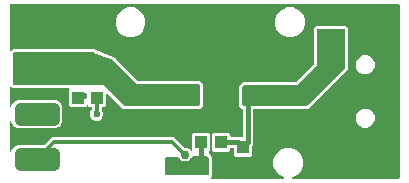
<source format=gbr>
G04 EAGLE Gerber RS-274X export*
G75*
%MOMM*%
%FSLAX34Y34*%
%LPD*%
%INBottom Copper*%
%IPPOS*%
%AMOC8*
5,1,8,0,0,1.08239X$1,22.5*%
G01*
%ADD10R,2.540000X2.540000*%
%ADD11R,0.838200X1.600200*%
%ADD12R,3.098800X1.600200*%
%ADD13R,2.700000X1.600000*%
%ADD14R,1.500000X1.300000*%
%ADD15R,1.300000X1.500000*%
%ADD16C,0.965200*%
%ADD17R,1.000000X1.100000*%
%ADD18R,1.100000X1.000000*%
%ADD19C,0.750000*%
%ADD20C,0.406400*%
%ADD21C,0.508000*%
%ADD22C,0.600000*%
%ADD23C,0.304800*%

G36*
X96009Y-65833D02*
X96009Y-65833D01*
X96106Y-65824D01*
X96130Y-65813D01*
X96156Y-65809D01*
X96242Y-65764D01*
X96331Y-65724D01*
X96350Y-65706D01*
X96373Y-65694D01*
X96440Y-65623D01*
X96512Y-65557D01*
X96525Y-65535D01*
X96543Y-65516D01*
X96584Y-65427D01*
X96631Y-65342D01*
X96635Y-65316D01*
X96646Y-65293D01*
X96657Y-65196D01*
X96674Y-65100D01*
X96671Y-65074D01*
X96673Y-65048D01*
X96653Y-64953D01*
X96639Y-64857D01*
X96627Y-64833D01*
X96621Y-64808D01*
X96571Y-64724D01*
X96527Y-64637D01*
X96508Y-64619D01*
X96495Y-64597D01*
X96421Y-64533D01*
X96352Y-64465D01*
X96323Y-64449D01*
X96308Y-64437D01*
X96277Y-64424D01*
X96205Y-64384D01*
X92909Y-63019D01*
X89381Y-59491D01*
X87472Y-54882D01*
X87472Y-49893D01*
X89381Y-45284D01*
X92909Y-41756D01*
X97518Y-39847D01*
X102507Y-39847D01*
X107116Y-41756D01*
X110644Y-45284D01*
X112553Y-49893D01*
X112553Y-54882D01*
X110644Y-59491D01*
X107116Y-63019D01*
X103820Y-64384D01*
X103738Y-64436D01*
X103652Y-64481D01*
X103634Y-64500D01*
X103611Y-64514D01*
X103549Y-64589D01*
X103482Y-64659D01*
X103471Y-64683D01*
X103455Y-64703D01*
X103420Y-64794D01*
X103379Y-64883D01*
X103376Y-64909D01*
X103366Y-64933D01*
X103362Y-65030D01*
X103352Y-65127D01*
X103357Y-65152D01*
X103356Y-65179D01*
X103383Y-65272D01*
X103404Y-65367D01*
X103417Y-65390D01*
X103424Y-65415D01*
X103480Y-65495D01*
X103530Y-65578D01*
X103550Y-65595D01*
X103565Y-65617D01*
X103643Y-65675D01*
X103717Y-65738D01*
X103741Y-65748D01*
X103762Y-65764D01*
X103855Y-65794D01*
X103945Y-65830D01*
X103977Y-65834D01*
X103996Y-65840D01*
X104029Y-65840D01*
X104112Y-65849D01*
X193675Y-65849D01*
X193695Y-65846D01*
X193714Y-65848D01*
X193816Y-65826D01*
X193918Y-65809D01*
X193935Y-65800D01*
X193955Y-65795D01*
X194044Y-65742D01*
X194135Y-65694D01*
X194149Y-65680D01*
X194166Y-65669D01*
X194233Y-65591D01*
X194305Y-65516D01*
X194313Y-65498D01*
X194326Y-65482D01*
X194365Y-65386D01*
X194408Y-65293D01*
X194410Y-65273D01*
X194418Y-65254D01*
X194436Y-65088D01*
X194436Y80963D01*
X194433Y80982D01*
X194435Y81002D01*
X194413Y81103D01*
X194397Y81205D01*
X194387Y81223D01*
X194383Y81242D01*
X194330Y81331D01*
X194281Y81423D01*
X194267Y81436D01*
X194257Y81453D01*
X194178Y81521D01*
X194103Y81592D01*
X194085Y81600D01*
X194070Y81613D01*
X193974Y81652D01*
X193880Y81696D01*
X193860Y81698D01*
X193842Y81705D01*
X193675Y81724D01*
X-134938Y81724D01*
X-134957Y81721D01*
X-134977Y81723D01*
X-135078Y81701D01*
X-135180Y81684D01*
X-135198Y81675D01*
X-135217Y81670D01*
X-135306Y81617D01*
X-135398Y81569D01*
X-135411Y81555D01*
X-135428Y81544D01*
X-135496Y81466D01*
X-135567Y81391D01*
X-135575Y81373D01*
X-135588Y81357D01*
X-135627Y81261D01*
X-135671Y81168D01*
X-135673Y81148D01*
X-135680Y81129D01*
X-135699Y80963D01*
X-135699Y42978D01*
X-135698Y42971D01*
X-135697Y42966D01*
X-135687Y42908D01*
X-135685Y42836D01*
X-135667Y42787D01*
X-135659Y42736D01*
X-135626Y42672D01*
X-135601Y42605D01*
X-135568Y42564D01*
X-135544Y42518D01*
X-135492Y42469D01*
X-135447Y42413D01*
X-135403Y42385D01*
X-135366Y42349D01*
X-135301Y42319D01*
X-135240Y42280D01*
X-135190Y42267D01*
X-135143Y42245D01*
X-135071Y42237D01*
X-135002Y42220D01*
X-134950Y42224D01*
X-134898Y42218D01*
X-134828Y42233D01*
X-134757Y42239D01*
X-134709Y42259D01*
X-134658Y42270D01*
X-134596Y42307D01*
X-134530Y42335D01*
X-134474Y42380D01*
X-134447Y42396D01*
X-134431Y42414D01*
X-134399Y42440D01*
X-133341Y43498D01*
X-65725Y43498D01*
X-65660Y43509D01*
X-65594Y43509D01*
X-65514Y43533D01*
X-65482Y43538D01*
X-65465Y43547D01*
X-65433Y43556D01*
X-64815Y43812D01*
X-64197Y43556D01*
X-64133Y43541D01*
X-64072Y43517D01*
X-63990Y43508D01*
X-63958Y43500D01*
X-63938Y43502D01*
X-63906Y43498D01*
X-63237Y43498D01*
X-62764Y43025D01*
X-62710Y42987D01*
X-62664Y42941D01*
X-62590Y42901D01*
X-62564Y42882D01*
X-62545Y42876D01*
X-62517Y42860D01*
X-48402Y37014D01*
X-48338Y36999D01*
X-48277Y36974D01*
X-48194Y36965D01*
X-48162Y36957D01*
X-48143Y36959D01*
X-48111Y36956D01*
X-47441Y36956D01*
X-46968Y36483D01*
X-46915Y36444D01*
X-46868Y36398D01*
X-46795Y36358D01*
X-46769Y36339D01*
X-46750Y36333D01*
X-46721Y36317D01*
X-46103Y36061D01*
X-45847Y35443D01*
X-45813Y35388D01*
X-45787Y35327D01*
X-45735Y35263D01*
X-45718Y35234D01*
X-45703Y35222D01*
X-45682Y35196D01*
X-27219Y16734D01*
X-27146Y16681D01*
X-27076Y16621D01*
X-27046Y16609D01*
X-27020Y16590D01*
X-26933Y16563D01*
X-26848Y16529D01*
X-26807Y16525D01*
X-26785Y16518D01*
X-26752Y16519D01*
X-26681Y16511D01*
X25391Y16511D01*
X27623Y14278D01*
X27623Y-4753D01*
X25391Y-6986D01*
X-39678Y-6986D01*
X-52572Y5908D01*
X-52630Y5950D01*
X-52682Y5999D01*
X-52730Y6021D01*
X-52772Y6052D01*
X-52840Y6073D01*
X-52906Y6103D01*
X-52957Y6109D01*
X-53007Y6124D01*
X-53079Y6122D01*
X-53150Y6130D01*
X-53201Y6119D01*
X-53253Y6118D01*
X-53320Y6093D01*
X-53390Y6078D01*
X-53435Y6051D01*
X-53484Y6033D01*
X-53540Y5988D01*
X-53601Y5952D01*
X-53635Y5912D01*
X-53676Y5879D01*
X-53715Y5819D01*
X-53761Y5765D01*
X-53781Y5716D01*
X-53809Y5673D01*
X-53826Y5603D01*
X-53853Y5536D01*
X-53861Y5465D01*
X-53869Y5434D01*
X-53867Y5411D01*
X-53872Y5370D01*
X-53872Y-3440D01*
X-55360Y-4928D01*
X-57087Y-4928D01*
X-57106Y-4931D01*
X-57126Y-4929D01*
X-57227Y-4951D01*
X-57329Y-4968D01*
X-57347Y-4977D01*
X-57366Y-4982D01*
X-57455Y-5035D01*
X-57547Y-5083D01*
X-57560Y-5097D01*
X-57577Y-5108D01*
X-57645Y-5186D01*
X-57716Y-5261D01*
X-57724Y-5279D01*
X-57737Y-5295D01*
X-57776Y-5391D01*
X-57820Y-5484D01*
X-57822Y-5504D01*
X-57829Y-5523D01*
X-57848Y-5689D01*
X-57848Y-7026D01*
X-57833Y-7116D01*
X-57826Y-7207D01*
X-57813Y-7237D01*
X-57808Y-7269D01*
X-57765Y-7350D01*
X-57730Y-7433D01*
X-57704Y-7466D01*
X-57693Y-7486D01*
X-57670Y-7508D01*
X-57625Y-7564D01*
X-57215Y-7974D01*
X-56372Y-10010D01*
X-56372Y-12215D01*
X-57215Y-14251D01*
X-58774Y-15810D01*
X-60810Y-16653D01*
X-63015Y-16653D01*
X-65051Y-15810D01*
X-66610Y-14251D01*
X-67453Y-12215D01*
X-67453Y-10010D01*
X-66610Y-7974D01*
X-66200Y-7564D01*
X-66147Y-7490D01*
X-66088Y-7421D01*
X-66075Y-7391D01*
X-66057Y-7365D01*
X-66030Y-7278D01*
X-65996Y-7193D01*
X-65991Y-7152D01*
X-65984Y-7130D01*
X-65985Y-7097D01*
X-65977Y-7026D01*
X-65977Y-5689D01*
X-65979Y-5678D01*
X-65978Y-5671D01*
X-65980Y-5664D01*
X-65978Y-5650D01*
X-66000Y-5549D01*
X-66017Y-5447D01*
X-66026Y-5429D01*
X-66031Y-5410D01*
X-66084Y-5321D01*
X-66132Y-5229D01*
X-66146Y-5216D01*
X-66157Y-5199D01*
X-66235Y-5131D01*
X-66310Y-5060D01*
X-66328Y-5052D01*
X-66344Y-5039D01*
X-66440Y-5000D01*
X-66533Y-4956D01*
X-66553Y-4954D01*
X-66572Y-4947D01*
X-66738Y-4928D01*
X-68465Y-4928D01*
X-69312Y-4081D01*
X-69328Y-4070D01*
X-69340Y-4054D01*
X-69428Y-3998D01*
X-69511Y-3938D01*
X-69530Y-3932D01*
X-69547Y-3921D01*
X-69648Y-3896D01*
X-69747Y-3866D01*
X-69766Y-3866D01*
X-69786Y-3861D01*
X-69889Y-3869D01*
X-69992Y-3872D01*
X-70011Y-3879D01*
X-70031Y-3880D01*
X-70126Y-3921D01*
X-70223Y-3956D01*
X-70239Y-3969D01*
X-70257Y-3977D01*
X-70388Y-4081D01*
X-71235Y-4928D01*
X-84340Y-4928D01*
X-85828Y-3440D01*
X-85828Y8665D01*
X-85316Y9177D01*
X-85274Y9235D01*
X-85225Y9287D01*
X-85203Y9335D01*
X-85172Y9377D01*
X-85151Y9445D01*
X-85121Y9511D01*
X-85115Y9562D01*
X-85100Y9612D01*
X-85102Y9684D01*
X-85094Y9755D01*
X-85105Y9806D01*
X-85106Y9858D01*
X-85131Y9925D01*
X-85146Y9995D01*
X-85173Y10040D01*
X-85191Y10089D01*
X-85236Y10145D01*
X-85272Y10206D01*
X-85312Y10240D01*
X-85345Y10281D01*
X-85405Y10320D01*
X-85459Y10366D01*
X-85508Y10386D01*
X-85551Y10414D01*
X-85621Y10431D01*
X-85687Y10458D01*
X-85759Y10466D01*
X-85790Y10474D01*
X-85813Y10472D01*
X-85854Y10477D01*
X-133341Y10477D01*
X-134399Y11535D01*
X-134457Y11577D01*
X-134509Y11626D01*
X-134557Y11648D01*
X-134599Y11679D01*
X-134667Y11700D01*
X-134733Y11730D01*
X-134784Y11736D01*
X-134834Y11751D01*
X-134906Y11749D01*
X-134977Y11757D01*
X-135028Y11746D01*
X-135080Y11745D01*
X-135147Y11720D01*
X-135217Y11705D01*
X-135262Y11678D01*
X-135311Y11660D01*
X-135367Y11615D01*
X-135428Y11579D01*
X-135462Y11539D01*
X-135503Y11506D01*
X-135542Y11446D01*
X-135588Y11392D01*
X-135608Y11343D01*
X-135636Y11299D01*
X-135653Y11230D01*
X-135680Y11163D01*
X-135688Y11092D01*
X-135696Y11061D01*
X-135694Y11038D01*
X-135699Y10997D01*
X-135699Y-4363D01*
X-135683Y-4459D01*
X-135674Y-4556D01*
X-135663Y-4580D01*
X-135659Y-4606D01*
X-135614Y-4692D01*
X-135574Y-4781D01*
X-135556Y-4800D01*
X-135544Y-4823D01*
X-135473Y-4890D01*
X-135407Y-4962D01*
X-135385Y-4975D01*
X-135366Y-4993D01*
X-135277Y-5034D01*
X-135192Y-5081D01*
X-135166Y-5085D01*
X-135143Y-5096D01*
X-135046Y-5107D01*
X-134950Y-5124D01*
X-134924Y-5121D01*
X-134898Y-5123D01*
X-134803Y-5103D01*
X-134707Y-5089D01*
X-134683Y-5077D01*
X-134658Y-5071D01*
X-134574Y-5021D01*
X-134487Y-4977D01*
X-134469Y-4958D01*
X-134447Y-4945D01*
X-134383Y-4871D01*
X-134315Y-4801D01*
X-134299Y-4773D01*
X-134287Y-4758D01*
X-134274Y-4727D01*
X-134234Y-4655D01*
X-133182Y-2114D01*
X-131109Y-41D01*
X-128402Y1080D01*
X-97023Y1080D01*
X-94316Y-41D01*
X-92243Y-2114D01*
X-91122Y-4821D01*
X-91122Y-17404D01*
X-92243Y-20111D01*
X-94316Y-22184D01*
X-97023Y-23305D01*
X-128402Y-23305D01*
X-131109Y-22184D01*
X-133182Y-20111D01*
X-134234Y-17570D01*
X-134286Y-17488D01*
X-134331Y-17402D01*
X-134350Y-17384D01*
X-134364Y-17361D01*
X-134439Y-17299D01*
X-134509Y-17232D01*
X-134533Y-17221D01*
X-134553Y-17205D01*
X-134644Y-17170D01*
X-134733Y-17129D01*
X-134759Y-17126D01*
X-134783Y-17116D01*
X-134880Y-17112D01*
X-134977Y-17102D01*
X-135002Y-17107D01*
X-135029Y-17106D01*
X-135122Y-17133D01*
X-135217Y-17154D01*
X-135240Y-17167D01*
X-135265Y-17175D01*
X-135345Y-17230D01*
X-135428Y-17280D01*
X-135445Y-17300D01*
X-135467Y-17315D01*
X-135525Y-17393D01*
X-135588Y-17467D01*
X-135598Y-17491D01*
X-135614Y-17512D01*
X-135644Y-17605D01*
X-135680Y-17695D01*
X-135684Y-17728D01*
X-135690Y-17746D01*
X-135690Y-17779D01*
X-135699Y-17862D01*
X-135699Y-42463D01*
X-135683Y-42559D01*
X-135674Y-42656D01*
X-135663Y-42680D01*
X-135659Y-42706D01*
X-135614Y-42792D01*
X-135574Y-42881D01*
X-135556Y-42900D01*
X-135544Y-42923D01*
X-135473Y-42990D01*
X-135407Y-43062D01*
X-135385Y-43075D01*
X-135366Y-43093D01*
X-135277Y-43134D01*
X-135192Y-43181D01*
X-135166Y-43185D01*
X-135143Y-43196D01*
X-135046Y-43207D01*
X-134950Y-43224D01*
X-134924Y-43221D01*
X-134898Y-43223D01*
X-134803Y-43203D01*
X-134707Y-43189D01*
X-134683Y-43177D01*
X-134658Y-43171D01*
X-134574Y-43121D01*
X-134487Y-43077D01*
X-134469Y-43058D01*
X-134447Y-43045D01*
X-134383Y-42971D01*
X-134315Y-42901D01*
X-134299Y-42873D01*
X-134287Y-42858D01*
X-134274Y-42827D01*
X-134234Y-42755D01*
X-133182Y-40214D01*
X-131109Y-38141D01*
X-128402Y-37020D01*
X-106583Y-37020D01*
X-106493Y-37005D01*
X-106402Y-36998D01*
X-106373Y-36985D01*
X-106341Y-36980D01*
X-106260Y-36937D01*
X-106176Y-36902D01*
X-106144Y-36876D01*
X-106123Y-36865D01*
X-106101Y-36842D01*
X-106045Y-36797D01*
X-100109Y-30860D01*
X3271Y-30860D01*
X11935Y-39524D01*
X12009Y-39577D01*
X12078Y-39636D01*
X12108Y-39649D01*
X12134Y-39667D01*
X12221Y-39694D01*
X12306Y-39728D01*
X12347Y-39733D01*
X12370Y-39740D01*
X12402Y-39739D01*
X12473Y-39747D01*
X13951Y-39747D01*
X16263Y-40704D01*
X17585Y-42026D01*
X17643Y-42068D01*
X17695Y-42117D01*
X17742Y-42139D01*
X17784Y-42169D01*
X17853Y-42190D01*
X17918Y-42221D01*
X17970Y-42226D01*
X18020Y-42242D01*
X18091Y-42240D01*
X18162Y-42248D01*
X18213Y-42237D01*
X18265Y-42235D01*
X18333Y-42211D01*
X18403Y-42195D01*
X18448Y-42169D01*
X18496Y-42151D01*
X18552Y-42106D01*
X18614Y-42069D01*
X18648Y-42030D01*
X18688Y-41997D01*
X18727Y-41937D01*
X18774Y-41882D01*
X18793Y-41834D01*
X18821Y-41790D01*
X18839Y-41721D01*
X18866Y-41654D01*
X18874Y-41583D01*
X18882Y-41552D01*
X18880Y-41529D01*
X18884Y-41488D01*
X18884Y-28373D01*
X20373Y-26884D01*
X32477Y-26884D01*
X33966Y-28373D01*
X33966Y-41477D01*
X32781Y-42662D01*
X32770Y-42678D01*
X32754Y-42690D01*
X32698Y-42778D01*
X32638Y-42861D01*
X32632Y-42880D01*
X32621Y-42897D01*
X32596Y-42998D01*
X32566Y-43097D01*
X32566Y-43116D01*
X32561Y-43136D01*
X32569Y-43239D01*
X32572Y-43342D01*
X32579Y-43361D01*
X32580Y-43381D01*
X32621Y-43476D01*
X32656Y-43573D01*
X32669Y-43589D01*
X32677Y-43607D01*
X32781Y-43738D01*
X34466Y-45423D01*
X34466Y-46224D01*
X34480Y-46314D01*
X34488Y-46405D01*
X34500Y-46434D01*
X34505Y-46466D01*
X34548Y-46547D01*
X34584Y-46631D01*
X34610Y-46663D01*
X34621Y-46684D01*
X34644Y-46706D01*
X34689Y-46762D01*
X35561Y-47634D01*
X35561Y-63491D01*
X34502Y-64549D01*
X34461Y-64607D01*
X34411Y-64659D01*
X34389Y-64707D01*
X34359Y-64749D01*
X34338Y-64817D01*
X34308Y-64883D01*
X34302Y-64934D01*
X34287Y-64984D01*
X34288Y-65056D01*
X34281Y-65127D01*
X34292Y-65178D01*
X34293Y-65230D01*
X34318Y-65297D01*
X34333Y-65367D01*
X34359Y-65412D01*
X34377Y-65461D01*
X34422Y-65517D01*
X34459Y-65578D01*
X34499Y-65612D01*
X34531Y-65653D01*
X34591Y-65692D01*
X34646Y-65738D01*
X34694Y-65758D01*
X34738Y-65786D01*
X34807Y-65803D01*
X34874Y-65830D01*
X34945Y-65838D01*
X34977Y-65846D01*
X35000Y-65844D01*
X35041Y-65849D01*
X95913Y-65849D01*
X96009Y-65833D01*
G37*
G36*
X23931Y-4429D02*
X23931Y-4429D01*
X24049Y-4422D01*
X24088Y-4409D01*
X24128Y-4404D01*
X24239Y-4361D01*
X24352Y-4324D01*
X24386Y-4302D01*
X24424Y-4287D01*
X24520Y-4218D01*
X24621Y-4154D01*
X24648Y-4124D01*
X24681Y-4101D01*
X24757Y-4009D01*
X24839Y-3922D01*
X24858Y-3887D01*
X24884Y-3856D01*
X24935Y-3748D01*
X24992Y-3644D01*
X25002Y-3604D01*
X25019Y-3568D01*
X25042Y-3451D01*
X25072Y-3336D01*
X25075Y-3276D01*
X25079Y-3256D01*
X25078Y-3235D01*
X25082Y-3175D01*
X25082Y12700D01*
X25067Y12818D01*
X25059Y12937D01*
X25047Y12975D01*
X25042Y13016D01*
X24998Y13126D01*
X24961Y13239D01*
X24940Y13274D01*
X24925Y13311D01*
X24855Y13407D01*
X24791Y13508D01*
X24762Y13536D01*
X24738Y13569D01*
X24646Y13645D01*
X24560Y13726D01*
X24524Y13746D01*
X24493Y13771D01*
X24385Y13822D01*
X24281Y13880D01*
X24242Y13890D01*
X24205Y13907D01*
X24089Y13929D01*
X23973Y13959D01*
X23913Y13963D01*
X23893Y13967D01*
X23873Y13965D01*
X23813Y13969D01*
X-28049Y13969D01*
X-48122Y34042D01*
X-48130Y34048D01*
X-48136Y34055D01*
X-48254Y34145D01*
X-48374Y34237D01*
X-48382Y34241D01*
X-48390Y34247D01*
X-48534Y34318D01*
X-64329Y40860D01*
X-64338Y40863D01*
X-64347Y40867D01*
X-64492Y40905D01*
X-64636Y40944D01*
X-64645Y40944D01*
X-64654Y40947D01*
X-64815Y40957D01*
X-131763Y40957D01*
X-131881Y40942D01*
X-131999Y40934D01*
X-132038Y40922D01*
X-132078Y40917D01*
X-132189Y40873D01*
X-132302Y40836D01*
X-132336Y40815D01*
X-132374Y40800D01*
X-132470Y40730D01*
X-132571Y40666D01*
X-132598Y40637D01*
X-132631Y40613D01*
X-132707Y40521D01*
X-132789Y40435D01*
X-132808Y40399D01*
X-132834Y40368D01*
X-132885Y40260D01*
X-132942Y40156D01*
X-132952Y40117D01*
X-132969Y40080D01*
X-132992Y39964D01*
X-133022Y39848D01*
X-133025Y39788D01*
X-133029Y39768D01*
X-133028Y39748D01*
X-133032Y39688D01*
X-133032Y14288D01*
X-133017Y14169D01*
X-133009Y14051D01*
X-132997Y14012D01*
X-132992Y13972D01*
X-132948Y13861D01*
X-132911Y13748D01*
X-132890Y13714D01*
X-132875Y13676D01*
X-132805Y13580D01*
X-132741Y13479D01*
X-132712Y13452D01*
X-132688Y13419D01*
X-132596Y13343D01*
X-132510Y13261D01*
X-132474Y13242D01*
X-132443Y13216D01*
X-132335Y13165D01*
X-132231Y13108D01*
X-132192Y13098D01*
X-132155Y13081D01*
X-132039Y13058D01*
X-131923Y13028D01*
X-131863Y13025D01*
X-131843Y13021D01*
X-131823Y13022D01*
X-131763Y13018D01*
X-56088Y13018D01*
X-38998Y-4073D01*
X-38919Y-4133D01*
X-38847Y-4201D01*
X-38794Y-4230D01*
X-38746Y-4267D01*
X-38655Y-4307D01*
X-38569Y-4355D01*
X-38510Y-4370D01*
X-38454Y-4394D01*
X-38356Y-4409D01*
X-38261Y-4434D01*
X-38161Y-4440D01*
X-38140Y-4444D01*
X-38128Y-4442D01*
X-38100Y-4444D01*
X23813Y-4444D01*
X23931Y-4429D01*
G37*
%LPC*%
G36*
X55860Y-47166D02*
X55860Y-47166D01*
X54372Y-45677D01*
X54372Y-40259D01*
X54369Y-40239D01*
X54371Y-40220D01*
X54349Y-40118D01*
X54332Y-40016D01*
X54323Y-39999D01*
X54318Y-39979D01*
X54265Y-39890D01*
X54217Y-39799D01*
X54203Y-39785D01*
X54192Y-39768D01*
X54114Y-39701D01*
X54039Y-39629D01*
X54021Y-39621D01*
X54005Y-39608D01*
X53909Y-39569D01*
X53816Y-39526D01*
X53796Y-39524D01*
X53777Y-39516D01*
X53611Y-39498D01*
X51727Y-39498D01*
X51707Y-39501D01*
X51688Y-39499D01*
X51586Y-39521D01*
X51484Y-39537D01*
X51467Y-39547D01*
X51447Y-39551D01*
X51358Y-39604D01*
X51267Y-39653D01*
X51253Y-39667D01*
X51236Y-39677D01*
X51169Y-39756D01*
X51097Y-39831D01*
X51089Y-39849D01*
X51076Y-39864D01*
X51037Y-39960D01*
X50994Y-40054D01*
X50992Y-40074D01*
X50984Y-40092D01*
X50966Y-40259D01*
X50966Y-41477D01*
X49477Y-42966D01*
X37373Y-42966D01*
X35884Y-41477D01*
X35884Y-28373D01*
X37373Y-26884D01*
X49477Y-26884D01*
X50966Y-28373D01*
X50966Y-29591D01*
X50969Y-29611D01*
X50967Y-29630D01*
X50989Y-29732D01*
X51005Y-29834D01*
X51015Y-29851D01*
X51019Y-29871D01*
X51072Y-29960D01*
X51121Y-30051D01*
X51135Y-30065D01*
X51145Y-30082D01*
X51224Y-30149D01*
X51299Y-30221D01*
X51317Y-30229D01*
X51332Y-30242D01*
X51428Y-30281D01*
X51522Y-30324D01*
X51542Y-30326D01*
X51560Y-30334D01*
X51727Y-30352D01*
X59607Y-30352D01*
X60104Y-30850D01*
X60162Y-30892D01*
X60214Y-30941D01*
X60262Y-30963D01*
X60304Y-30993D01*
X60372Y-31015D01*
X60438Y-31045D01*
X60489Y-31050D01*
X60539Y-31066D01*
X60611Y-31064D01*
X60682Y-31072D01*
X60733Y-31061D01*
X60785Y-31059D01*
X60852Y-31035D01*
X60922Y-31020D01*
X60967Y-30993D01*
X61016Y-30975D01*
X61072Y-30930D01*
X61133Y-30893D01*
X61167Y-30854D01*
X61208Y-30821D01*
X61247Y-30761D01*
X61293Y-30707D01*
X61313Y-30658D01*
X61341Y-30614D01*
X61358Y-30545D01*
X61385Y-30478D01*
X61393Y-30407D01*
X61401Y-30376D01*
X61399Y-30353D01*
X61404Y-30312D01*
X61404Y-7239D01*
X61401Y-7219D01*
X61403Y-7200D01*
X61381Y-7098D01*
X61364Y-6996D01*
X61355Y-6979D01*
X61350Y-6959D01*
X61297Y-6870D01*
X61249Y-6779D01*
X61235Y-6765D01*
X61224Y-6748D01*
X61146Y-6681D01*
X61071Y-6609D01*
X61053Y-6601D01*
X61037Y-6588D01*
X60941Y-6549D01*
X60848Y-6506D01*
X60828Y-6504D01*
X60809Y-6496D01*
X60643Y-6478D01*
X60544Y-6478D01*
X58610Y-4543D01*
X58610Y12481D01*
X59022Y12893D01*
X59075Y12967D01*
X59134Y13036D01*
X59147Y13066D01*
X59165Y13092D01*
X59192Y13179D01*
X59226Y13264D01*
X59231Y13305D01*
X59238Y13327D01*
X59237Y13360D01*
X59245Y13431D01*
X59245Y13562D01*
X60733Y15050D01*
X60864Y15050D01*
X60954Y15065D01*
X61045Y15072D01*
X61075Y15085D01*
X61107Y15090D01*
X61188Y15133D01*
X61271Y15168D01*
X61304Y15194D01*
X61324Y15205D01*
X61346Y15228D01*
X61402Y15273D01*
X62132Y16003D01*
X106267Y16003D01*
X106357Y16017D01*
X106448Y16025D01*
X106477Y16037D01*
X106509Y16042D01*
X106590Y16085D01*
X106674Y16121D01*
X106706Y16147D01*
X106727Y16158D01*
X106749Y16181D01*
X106805Y16226D01*
X121887Y31308D01*
X121940Y31382D01*
X121999Y31451D01*
X122012Y31481D01*
X122030Y31507D01*
X122057Y31594D01*
X122091Y31679D01*
X122096Y31720D01*
X122103Y31742D01*
X122102Y31775D01*
X122110Y31846D01*
X122110Y61693D01*
X124044Y63628D01*
X149006Y63628D01*
X150940Y61693D01*
X150940Y27207D01*
X148783Y25049D01*
X117256Y-6478D01*
X71310Y-6478D01*
X71291Y-6481D01*
X71271Y-6479D01*
X71170Y-6501D01*
X71068Y-6517D01*
X71050Y-6527D01*
X71031Y-6531D01*
X70942Y-6584D01*
X70850Y-6633D01*
X70837Y-6647D01*
X70820Y-6657D01*
X70752Y-6736D01*
X70681Y-6811D01*
X70673Y-6829D01*
X70660Y-6844D01*
X70621Y-6940D01*
X70577Y-7034D01*
X70575Y-7054D01*
X70568Y-7072D01*
X70549Y-7239D01*
X70549Y-36955D01*
X69676Y-37828D01*
X69623Y-37902D01*
X69564Y-37972D01*
X69551Y-38002D01*
X69533Y-38028D01*
X69506Y-38115D01*
X69472Y-38200D01*
X69467Y-38241D01*
X69460Y-38263D01*
X69461Y-38295D01*
X69453Y-38366D01*
X69453Y-45677D01*
X67965Y-47166D01*
X55860Y-47166D01*
G37*
%LPD*%
G36*
X115978Y-3922D02*
X115978Y-3922D01*
X116069Y-3914D01*
X116098Y-3902D01*
X116130Y-3897D01*
X116211Y-3854D01*
X116295Y-3818D01*
X116327Y-3792D01*
X116348Y-3781D01*
X116370Y-3758D01*
X116426Y-3713D01*
X148176Y28037D01*
X148229Y28111D01*
X148288Y28180D01*
X148301Y28210D01*
X148319Y28236D01*
X148346Y28323D01*
X148380Y28408D01*
X148385Y28449D01*
X148392Y28472D01*
X148391Y28504D01*
X148399Y28575D01*
X148399Y60325D01*
X148396Y60345D01*
X148398Y60364D01*
X148376Y60466D01*
X148359Y60568D01*
X148350Y60585D01*
X148345Y60605D01*
X148292Y60694D01*
X148244Y60785D01*
X148230Y60799D01*
X148219Y60816D01*
X148141Y60883D01*
X148066Y60955D01*
X148048Y60963D01*
X148032Y60976D01*
X147936Y61015D01*
X147843Y61058D01*
X147823Y61060D01*
X147804Y61068D01*
X147638Y61086D01*
X125413Y61086D01*
X125393Y61083D01*
X125373Y61085D01*
X125272Y61063D01*
X125170Y61047D01*
X125152Y61037D01*
X125133Y61033D01*
X125044Y60980D01*
X124952Y60931D01*
X124939Y60917D01*
X124922Y60907D01*
X124854Y60828D01*
X124783Y60753D01*
X124775Y60735D01*
X124762Y60720D01*
X124723Y60624D01*
X124679Y60530D01*
X124677Y60510D01*
X124670Y60492D01*
X124651Y60325D01*
X124651Y30478D01*
X107635Y13461D01*
X63500Y13461D01*
X63410Y13447D01*
X63319Y13439D01*
X63289Y13427D01*
X63257Y13422D01*
X63177Y13379D01*
X63093Y13343D01*
X63061Y13317D01*
X63040Y13306D01*
X63018Y13283D01*
X62962Y13238D01*
X61374Y11651D01*
X61321Y11577D01*
X61262Y11507D01*
X61250Y11477D01*
X61231Y11451D01*
X61204Y11364D01*
X61170Y11279D01*
X61165Y11238D01*
X61158Y11216D01*
X61159Y11184D01*
X61151Y11113D01*
X61151Y-3175D01*
X61154Y-3195D01*
X61152Y-3214D01*
X61174Y-3316D01*
X61191Y-3418D01*
X61200Y-3435D01*
X61205Y-3455D01*
X61258Y-3544D01*
X61306Y-3635D01*
X61321Y-3649D01*
X61331Y-3666D01*
X61409Y-3733D01*
X61484Y-3805D01*
X61502Y-3813D01*
X61518Y-3826D01*
X61614Y-3865D01*
X61708Y-3908D01*
X61727Y-3910D01*
X61746Y-3918D01*
X61913Y-3936D01*
X115888Y-3936D01*
X115978Y-3922D01*
G37*
G36*
X31868Y-63167D02*
X31868Y-63167D01*
X31987Y-63159D01*
X32025Y-63147D01*
X32066Y-63142D01*
X32176Y-63098D01*
X32289Y-63061D01*
X32324Y-63040D01*
X32361Y-63025D01*
X32457Y-62955D01*
X32558Y-62891D01*
X32586Y-62862D01*
X32619Y-62838D01*
X32695Y-62746D01*
X32776Y-62660D01*
X32796Y-62624D01*
X32821Y-62593D01*
X32872Y-62485D01*
X32930Y-62381D01*
X32940Y-62342D01*
X32957Y-62305D01*
X32979Y-62189D01*
X33009Y-62073D01*
X33013Y-62013D01*
X33017Y-61993D01*
X33015Y-61973D01*
X33019Y-61913D01*
X33019Y-49213D01*
X33004Y-49094D01*
X32997Y-48976D01*
X32984Y-48937D01*
X32979Y-48897D01*
X32936Y-48786D01*
X32899Y-48673D01*
X32877Y-48639D01*
X32862Y-48601D01*
X32793Y-48505D01*
X32729Y-48404D01*
X32699Y-48377D01*
X32676Y-48344D01*
X32584Y-48268D01*
X32497Y-48186D01*
X32462Y-48167D01*
X32431Y-48141D01*
X32323Y-48090D01*
X32219Y-48033D01*
X32179Y-48023D01*
X32143Y-48006D01*
X32026Y-47983D01*
X31911Y-47953D01*
X31851Y-47950D01*
X31831Y-47946D01*
X31810Y-47947D01*
X31750Y-47943D01*
X18468Y-47943D01*
X18439Y-47947D01*
X18409Y-47945D01*
X18281Y-47967D01*
X18153Y-47983D01*
X18125Y-47994D01*
X18096Y-47999D01*
X17977Y-48052D01*
X17857Y-48100D01*
X17833Y-48117D01*
X17806Y-48130D01*
X17705Y-48211D01*
X17599Y-48287D01*
X17581Y-48310D01*
X17558Y-48328D01*
X17480Y-48432D01*
X17397Y-48532D01*
X17384Y-48559D01*
X17366Y-48582D01*
X17295Y-48727D01*
X17172Y-49025D01*
X15688Y-50509D01*
X13749Y-51312D01*
X11651Y-51312D01*
X9712Y-50509D01*
X8228Y-49025D01*
X8105Y-48727D01*
X8091Y-48704D01*
X8084Y-48681D01*
X8083Y-48678D01*
X8081Y-48673D01*
X8011Y-48563D01*
X7947Y-48451D01*
X7927Y-48429D01*
X7911Y-48404D01*
X7816Y-48315D01*
X7726Y-48222D01*
X7701Y-48207D01*
X7679Y-48186D01*
X7565Y-48124D01*
X7455Y-48056D01*
X7426Y-48047D01*
X7401Y-48033D01*
X7275Y-48001D01*
X7151Y-47962D01*
X7121Y-47961D01*
X7093Y-47953D01*
X6932Y-47943D01*
X-3175Y-47943D01*
X-3293Y-47958D01*
X-3412Y-47966D01*
X-3450Y-47978D01*
X-3491Y-47983D01*
X-3601Y-48027D01*
X-3714Y-48064D01*
X-3749Y-48085D01*
X-3786Y-48100D01*
X-3882Y-48170D01*
X-3983Y-48234D01*
X-4011Y-48263D01*
X-4044Y-48287D01*
X-4120Y-48379D01*
X-4201Y-48465D01*
X-4221Y-48501D01*
X-4246Y-48532D01*
X-4297Y-48640D01*
X-4355Y-48744D01*
X-4365Y-48783D01*
X-4382Y-48820D01*
X-4404Y-48936D01*
X-4434Y-49052D01*
X-4438Y-49112D01*
X-4442Y-49132D01*
X-4441Y-49138D01*
X-4442Y-49140D01*
X-4441Y-49156D01*
X-4444Y-49213D01*
X-4444Y-61913D01*
X-4429Y-62031D01*
X-4422Y-62149D01*
X-4409Y-62188D01*
X-4404Y-62228D01*
X-4361Y-62339D01*
X-4324Y-62452D01*
X-4302Y-62486D01*
X-4287Y-62524D01*
X-4218Y-62620D01*
X-4154Y-62721D01*
X-4124Y-62748D01*
X-4101Y-62781D01*
X-4009Y-62857D01*
X-3922Y-62939D01*
X-3887Y-62958D01*
X-3856Y-62984D01*
X-3748Y-63035D01*
X-3644Y-63092D01*
X-3604Y-63102D01*
X-3568Y-63119D01*
X-3451Y-63142D01*
X-3336Y-63172D01*
X-3276Y-63175D01*
X-3256Y-63179D01*
X-3235Y-63178D01*
X-3175Y-63182D01*
X31750Y-63182D01*
X31868Y-63167D01*
G37*
%LPC*%
G36*
X-35832Y54134D02*
X-35832Y54134D01*
X-40441Y56043D01*
X-43969Y59571D01*
X-45878Y64180D01*
X-45878Y69170D01*
X-43969Y73779D01*
X-40441Y77307D01*
X-35832Y79216D01*
X-30843Y79216D01*
X-26234Y77307D01*
X-22706Y73779D01*
X-20797Y69170D01*
X-20797Y64180D01*
X-22706Y59571D01*
X-26234Y56043D01*
X-30843Y54134D01*
X-35832Y54134D01*
G37*
%LPD*%
%LPC*%
G36*
X99105Y54134D02*
X99105Y54134D01*
X94496Y56043D01*
X90968Y59571D01*
X89059Y64180D01*
X89059Y69170D01*
X90968Y73779D01*
X94496Y77307D01*
X99105Y79216D01*
X104095Y79216D01*
X108704Y77307D01*
X112232Y73779D01*
X114141Y69170D01*
X114141Y64180D01*
X112232Y59571D01*
X108704Y56043D01*
X104095Y54134D01*
X99105Y54134D01*
G37*
%LPD*%
%LPC*%
G36*
X163638Y22397D02*
X163638Y22397D01*
X160683Y23621D01*
X158421Y25883D01*
X157197Y28838D01*
X157197Y32037D01*
X158421Y34992D01*
X160683Y37254D01*
X163638Y38478D01*
X166837Y38478D01*
X169792Y37254D01*
X172054Y34992D01*
X173278Y32037D01*
X173278Y28838D01*
X172054Y25883D01*
X169792Y23621D01*
X166837Y22397D01*
X163638Y22397D01*
G37*
%LPD*%
%LPC*%
G36*
X163638Y-22603D02*
X163638Y-22603D01*
X160683Y-21379D01*
X158421Y-19117D01*
X157197Y-16162D01*
X157197Y-12963D01*
X158421Y-10008D01*
X160683Y-7746D01*
X163638Y-6522D01*
X166837Y-6522D01*
X169792Y-7746D01*
X172054Y-10008D01*
X173278Y-12963D01*
X173278Y-16162D01*
X172054Y-19117D01*
X169792Y-21379D01*
X166837Y-22603D01*
X163638Y-22603D01*
G37*
%LPD*%
D10*
X165100Y-50800D03*
X165100Y66675D03*
D11*
X65977Y4509D03*
X42863Y4509D03*
X19749Y4509D03*
D12*
X42863Y68517D03*
D13*
X-9525Y5050D03*
X-9525Y33050D03*
D14*
X92075Y3150D03*
X92075Y-15850D03*
D15*
X25425Y-53975D03*
X44425Y-53975D03*
D16*
X-98489Y-15939D02*
X-126937Y-15939D01*
X-126937Y-6287D01*
X-98489Y-6287D01*
X-98489Y-15939D01*
X-98489Y-6770D02*
X-126937Y-6770D01*
X-126937Y-54039D02*
X-98489Y-54039D01*
X-126937Y-54039D02*
X-126937Y-44387D01*
X-98489Y-44387D01*
X-98489Y-54039D01*
X-98489Y-44870D02*
X-126937Y-44870D01*
D17*
X43425Y-34925D03*
X26425Y-34925D03*
D18*
X-77788Y2613D03*
X-77788Y19613D03*
X-61913Y2613D03*
X-61913Y19613D03*
D16*
X-98489Y22162D02*
X-126937Y22162D01*
X-126937Y31814D01*
X-98489Y31814D01*
X-98489Y22162D01*
X-98489Y31331D02*
X-126937Y31331D01*
X-126937Y60262D02*
X-98489Y60262D01*
X-126937Y60262D02*
X-126937Y69914D01*
X-98489Y69914D01*
X-98489Y60262D01*
X-98489Y69431D02*
X-126937Y69431D01*
D17*
X61913Y-39125D03*
X61913Y-56125D03*
X-84138Y34363D03*
X-84138Y51363D03*
D19*
X50800Y19050D03*
X50800Y-4763D03*
X134938Y-46038D03*
X82550Y-39688D03*
X-123825Y68263D03*
X-103188Y57150D03*
X-6350Y69850D03*
X84138Y58738D03*
X-19050Y-12700D03*
X119063Y-36513D03*
X31750Y-12700D03*
X-69850Y50800D03*
X-30163Y38100D03*
X-3175Y23813D03*
X130175Y55563D03*
X142875Y55563D03*
X142875Y30163D03*
X130175Y30163D03*
D20*
X65977Y4509D02*
X65977Y-35061D01*
X61913Y-39125D01*
X57713Y-34925D01*
X43425Y-34925D01*
D19*
X-98425Y22225D03*
X-125413Y31750D03*
X-125413Y22225D03*
D21*
X-112713Y26988D02*
X-107950Y31750D01*
X-98425Y31750D01*
D19*
X-98425Y31750D03*
D22*
X-123825Y-15875D03*
X-98425Y-6350D03*
D20*
X-103188Y-11113D01*
X-112713Y-11113D01*
D19*
X12700Y-46038D03*
D22*
X-127000Y-46038D03*
D23*
X1588Y-34925D02*
X12700Y-46038D01*
X1588Y-34925D02*
X-98425Y-34925D01*
X-112713Y-49213D01*
D20*
X-103188Y-49213D01*
X-98425Y-53975D01*
D22*
X-98425Y-53975D03*
D20*
X26425Y-52975D02*
X26425Y-34925D01*
X26425Y-52975D02*
X25425Y-53975D01*
D22*
X12700Y-55563D03*
D23*
X-61913Y-11113D02*
X-61913Y2613D01*
D22*
X-61913Y-11113D03*
D23*
X-74151Y2613D02*
X-73025Y3739D01*
X-74151Y2613D02*
X-77788Y2613D01*
D22*
X-73025Y3739D03*
M02*

</source>
